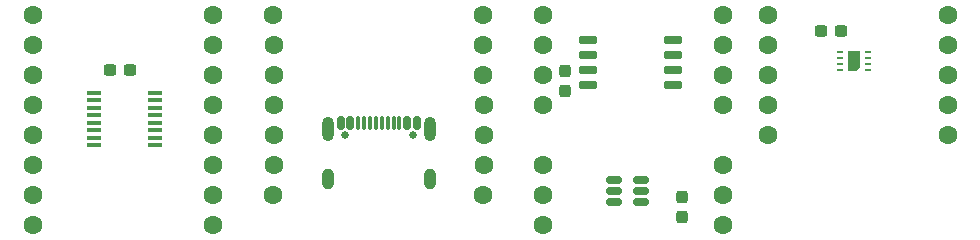
<source format=gbr>
%TF.GenerationSoftware,KiCad,Pcbnew,7.0.10*%
%TF.CreationDate,2024-02-02T14:05:35+01:00*%
%TF.ProjectId,smd_breadboard,736d645f-6272-4656-9164-626f6172642e,rev?*%
%TF.SameCoordinates,Original*%
%TF.FileFunction,Soldermask,Top*%
%TF.FilePolarity,Negative*%
%FSLAX46Y46*%
G04 Gerber Fmt 4.6, Leading zero omitted, Abs format (unit mm)*
G04 Created by KiCad (PCBNEW 7.0.10) date 2024-02-02 14:05:35*
%MOMM*%
%LPD*%
G01*
G04 APERTURE LIST*
G04 Aperture macros list*
%AMRoundRect*
0 Rectangle with rounded corners*
0 $1 Rounding radius*
0 $2 $3 $4 $5 $6 $7 $8 $9 X,Y pos of 4 corners*
0 Add a 4 corners polygon primitive as box body*
4,1,4,$2,$3,$4,$5,$6,$7,$8,$9,$2,$3,0*
0 Add four circle primitives for the rounded corners*
1,1,$1+$1,$2,$3*
1,1,$1+$1,$4,$5*
1,1,$1+$1,$6,$7*
1,1,$1+$1,$8,$9*
0 Add four rect primitives between the rounded corners*
20,1,$1+$1,$2,$3,$4,$5,0*
20,1,$1+$1,$4,$5,$6,$7,0*
20,1,$1+$1,$6,$7,$8,$9,0*
20,1,$1+$1,$8,$9,$2,$3,0*%
%AMFreePoly0*
4,1,6,0.500000,-0.850000,-0.500000,-0.850000,-0.500000,0.550000,-0.200000,0.850000,0.500000,0.850000,0.500000,-0.850000,0.500000,-0.850000,$1*%
G04 Aperture macros list end*
%ADD10C,1.600000*%
%ADD11C,0.650000*%
%ADD12RoundRect,0.150000X-0.150000X-0.425000X0.150000X-0.425000X0.150000X0.425000X-0.150000X0.425000X0*%
%ADD13RoundRect,0.075000X-0.075000X-0.500000X0.075000X-0.500000X0.075000X0.500000X-0.075000X0.500000X0*%
%ADD14O,1.000000X2.100000*%
%ADD15O,1.000000X1.800000*%
%ADD16RoundRect,0.150000X-0.650000X-0.150000X0.650000X-0.150000X0.650000X0.150000X-0.650000X0.150000X0*%
%ADD17RoundRect,0.237500X0.237500X-0.300000X0.237500X0.300000X-0.237500X0.300000X-0.237500X-0.300000X0*%
%ADD18R,1.200000X0.400000*%
%ADD19RoundRect,0.237500X-0.300000X-0.237500X0.300000X-0.237500X0.300000X0.237500X-0.300000X0.237500X0*%
%ADD20RoundRect,0.237500X0.300000X0.237500X-0.300000X0.237500X-0.300000X-0.237500X0.300000X-0.237500X0*%
%ADD21R,0.550000X0.250000*%
%ADD22FreePoly0,180.000000*%
%ADD23RoundRect,0.150000X0.512500X0.150000X-0.512500X0.150000X-0.512500X-0.150000X0.512500X-0.150000X0*%
G04 APERTURE END LIST*
D10*
%TO.C,*%
X149860000Y-78740000D03*
%TD*%
%TO.C,*%
X132080000Y-78740000D03*
%TD*%
%TO.C,*%
X173990000Y-71120000D03*
%TD*%
%TO.C,*%
X132190000Y-71120000D03*
%TD*%
%TO.C,*%
X132080000Y-63500000D03*
%TD*%
%TO.C,*%
X189230000Y-66040000D03*
%TD*%
%TO.C,*%
X111760000Y-73660000D03*
%TD*%
D11*
%TO.C,USB4105-GF-A*%
X138160000Y-73695000D03*
X143940000Y-73695000D03*
D12*
X137850000Y-72620000D03*
X138650000Y-72620000D03*
D13*
X139800000Y-72620000D03*
X140800000Y-72620000D03*
X141300000Y-72620000D03*
X142300000Y-72620000D03*
D12*
X143450000Y-72620000D03*
X144250000Y-72620000D03*
X144250000Y-72620000D03*
X143450000Y-72620000D03*
D13*
X142800000Y-72620000D03*
X141800000Y-72620000D03*
X140300000Y-72620000D03*
X139300000Y-72620000D03*
D12*
X138650000Y-72620000D03*
X137850000Y-72620000D03*
D14*
X136730000Y-73195000D03*
D15*
X136730000Y-77375000D03*
D14*
X145370000Y-73195000D03*
D15*
X145370000Y-77375000D03*
%TD*%
D10*
%TO.C,*%
X111760000Y-71120000D03*
%TD*%
%TO.C,*%
X154940000Y-78740000D03*
%TD*%
%TO.C,*%
X154940000Y-76200000D03*
%TD*%
D16*
%TO.C,QUAD 8SOIC*%
X158742500Y-65632500D03*
X158742500Y-66902500D03*
X158742500Y-68172500D03*
X158742500Y-69442500D03*
X165942500Y-69442500D03*
X165942500Y-68172500D03*
X165942500Y-66902500D03*
X165942500Y-65632500D03*
%TD*%
D10*
%TO.C,*%
X154940000Y-66040000D03*
%TD*%
D17*
%TO.C,C3*%
X156845000Y-69950500D03*
X156845000Y-68225500D03*
%TD*%
D10*
%TO.C,*%
X127000000Y-63500000D03*
%TD*%
%TO.C,*%
X132190000Y-73660000D03*
%TD*%
%TO.C,*%
X170180000Y-71120000D03*
%TD*%
%TO.C,*%
X149860000Y-66040000D03*
%TD*%
%TO.C,*%
X170180000Y-68580000D03*
%TD*%
%TO.C,*%
X149970000Y-73660000D03*
%TD*%
%TO.C,*%
X154940000Y-71120000D03*
%TD*%
%TO.C,*%
X170180000Y-76200000D03*
%TD*%
%TO.C,*%
X189230000Y-63500000D03*
%TD*%
%TO.C,*%
X132190000Y-76200000D03*
%TD*%
%TO.C,*%
X170180000Y-63500000D03*
%TD*%
%TO.C,*%
X111760000Y-78740000D03*
%TD*%
D18*
%TO.C,16SSOP*%
X116900000Y-70077500D03*
X116900000Y-70712500D03*
X116900000Y-71347500D03*
X116900000Y-71982500D03*
X116900000Y-72617500D03*
X116900000Y-73252500D03*
X116900000Y-73887500D03*
X116900000Y-74522500D03*
X122100000Y-74522500D03*
X122100000Y-73887500D03*
X122100000Y-73252500D03*
X122100000Y-72617500D03*
X122100000Y-71982500D03*
X122100000Y-71347500D03*
X122100000Y-70712500D03*
X122100000Y-70077500D03*
%TD*%
D10*
%TO.C,*%
X154940000Y-81280000D03*
%TD*%
%TO.C,*%
X127000000Y-66040000D03*
%TD*%
%TO.C,*%
X154940000Y-63500000D03*
%TD*%
%TO.C,*%
X149860000Y-63500000D03*
%TD*%
D19*
%TO.C,C3*%
X118263500Y-68199000D03*
X119988500Y-68199000D03*
%TD*%
D10*
%TO.C,*%
X173990000Y-63500000D03*
%TD*%
%TO.C,*%
X149970000Y-76200000D03*
%TD*%
%TO.C,*%
X111760000Y-68580000D03*
%TD*%
%TO.C,*%
X170180000Y-81280000D03*
%TD*%
D20*
%TO.C,C3*%
X180186500Y-64897000D03*
X178461500Y-64897000D03*
%TD*%
D10*
%TO.C,*%
X173990000Y-68580000D03*
%TD*%
%TO.C,*%
X132190000Y-68580000D03*
%TD*%
%TO.C,*%
X149860000Y-68580000D03*
%TD*%
%TO.C,*%
X111760000Y-81280000D03*
%TD*%
%TO.C,*%
X170180000Y-66040000D03*
%TD*%
%TO.C,*%
X111760000Y-63500000D03*
%TD*%
%TO.C,*%
X127000000Y-71120000D03*
%TD*%
D17*
%TO.C,C3*%
X166751000Y-80618500D03*
X166751000Y-78893500D03*
%TD*%
D10*
%TO.C,*%
X189230000Y-73660000D03*
%TD*%
%TO.C,*%
X127000000Y-68580000D03*
%TD*%
%TO.C,*%
X132190000Y-66040000D03*
%TD*%
D21*
%TO.C,SHT30-DIS-B2.5KS*%
X182452500Y-68172500D03*
X182452500Y-67672500D03*
X182452500Y-67172500D03*
X182452500Y-66672500D03*
X180102500Y-66672500D03*
X180102500Y-67172500D03*
X180102500Y-67672500D03*
X180102500Y-68172500D03*
D22*
X181277500Y-67422500D03*
%TD*%
D10*
%TO.C,*%
X127000000Y-76200000D03*
%TD*%
%TO.C,*%
X127000000Y-78740000D03*
%TD*%
D23*
%TO.C,TSOT23-6*%
X163277500Y-79370000D03*
X163277500Y-78420000D03*
X163277500Y-77470000D03*
X161002500Y-77470000D03*
X161002500Y-78420000D03*
X161002500Y-79370000D03*
%TD*%
D10*
%TO.C,*%
X189230000Y-68580000D03*
%TD*%
%TO.C,*%
X173990000Y-73660000D03*
%TD*%
%TO.C,*%
X111760000Y-66040000D03*
%TD*%
%TO.C,*%
X173990000Y-66040000D03*
%TD*%
%TO.C,*%
X149970000Y-71120000D03*
%TD*%
%TO.C,*%
X170180000Y-78740000D03*
%TD*%
%TO.C,*%
X154940000Y-68580000D03*
%TD*%
%TO.C,*%
X189230000Y-71120000D03*
%TD*%
%TO.C,*%
X127000000Y-73660000D03*
%TD*%
%TO.C,*%
X127000000Y-81280000D03*
%TD*%
%TO.C,*%
X111760000Y-76200000D03*
%TD*%
M02*

</source>
